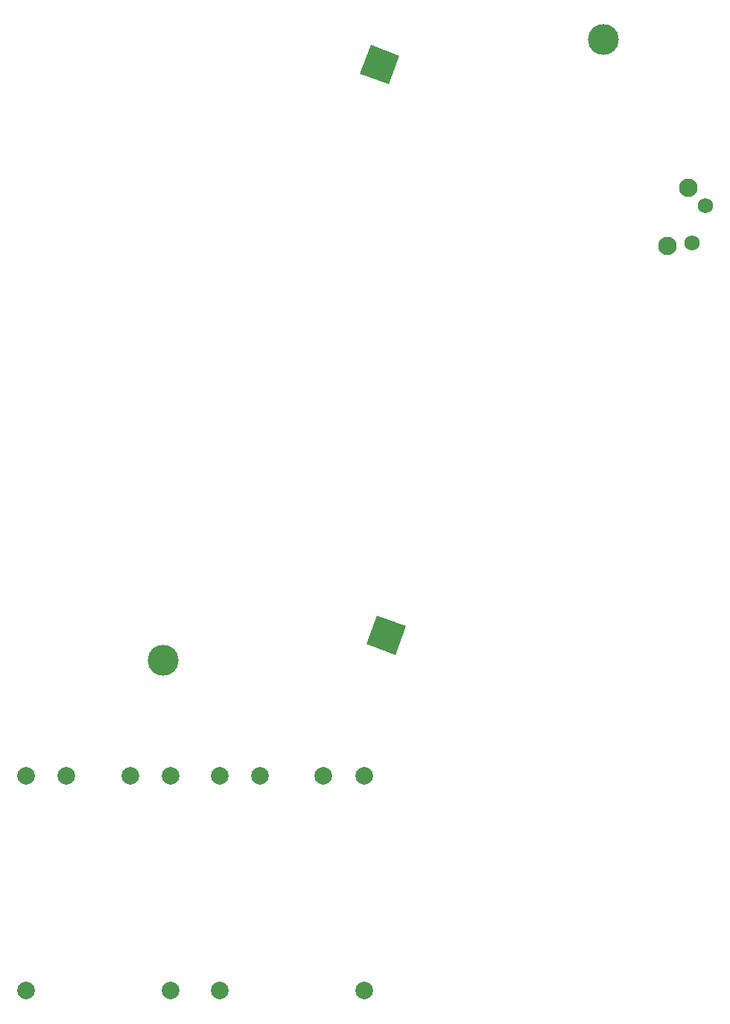
<source format=gbr>
G04 #@! TF.FileFunction,Copper,L2,Bot,Signal*
%FSLAX46Y46*%
G04 Gerber Fmt 4.6, Leading zero omitted, Abs format (unit mm)*
G04 Created by KiCad (PCBNEW 4.0.7) date 01/15/25 18:48:17*
%MOMM*%
%LPD*%
G01*
G04 APERTURE LIST*
%ADD10C,0.100000*%
%ADD11C,2.000000*%
%ADD12C,3.500000*%
%ADD13C,2.100000*%
%ADD14C,1.750000*%
G04 APERTURE END LIST*
D10*
D11*
X84800000Y-134800000D03*
X89400000Y-134800000D03*
X96600000Y-134800000D03*
X101200000Y-134800000D03*
X84800000Y-159200000D03*
X101200000Y-159200000D03*
D12*
X128376901Y-51121978D03*
D10*
G36*
X104797378Y-121022844D02*
X101508454Y-119825774D01*
X102705524Y-116536850D01*
X105994448Y-117733920D01*
X104797378Y-121022844D01*
X104797378Y-121022844D01*
G37*
D12*
X78374550Y-121657869D03*
D10*
G36*
X101954073Y-51757003D02*
X105242997Y-52954073D01*
X104045927Y-56242997D01*
X100757003Y-55045927D01*
X101954073Y-51757003D01*
X101954073Y-51757003D01*
G37*
D13*
X135690129Y-74560999D03*
D14*
X138460909Y-74228617D03*
X140000000Y-70000000D03*
D13*
X138087691Y-67973754D03*
D11*
X62800000Y-134800000D03*
X67400000Y-134800000D03*
X74600000Y-134800000D03*
X79200000Y-134800000D03*
X62800000Y-159200000D03*
X79200000Y-159200000D03*
M02*

</source>
